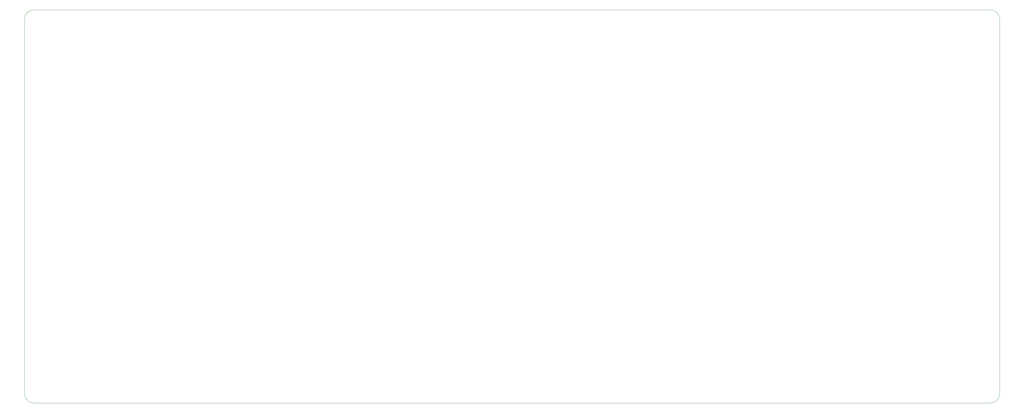
<source format=gm1>
G04 #@! TF.GenerationSoftware,KiCad,Pcbnew,(5.1.5)-3*
G04 #@! TF.CreationDate,2020-07-10T10:23:01+02:00*
G04 #@! TF.ProjectId,65_keyboard_pcb,36355f6b-6579-4626-9f61-72645f706362,rev?*
G04 #@! TF.SameCoordinates,Original*
G04 #@! TF.FileFunction,Profile,NP*
%FSLAX46Y46*%
G04 Gerber Fmt 4.6, Leading zero omitted, Abs format (unit mm)*
G04 Created by KiCad (PCBNEW (5.1.5)-3) date 2020-07-10 10:23:01*
%MOMM*%
%LPD*%
G04 APERTURE LIST*
%ADD10C,0.050000*%
G04 APERTURE END LIST*
D10*
X65547500Y-32642500D02*
X364347500Y-32642500D01*
X62547500Y-152842500D02*
X62547500Y-35642500D01*
X364347500Y-155842500D02*
X65547500Y-155842500D01*
X367347500Y-35642500D02*
X367347500Y-152842500D01*
X367347500Y-152842500D02*
G75*
G02X364347500Y-155842500I-3000000J0D01*
G01*
X65547500Y-155842500D02*
G75*
G02X62547500Y-152842500I0J3000000D01*
G01*
X62547500Y-35642500D02*
G75*
G02X65547500Y-32642500I3000000J0D01*
G01*
X364347500Y-32642500D02*
G75*
G02X367347500Y-35642500I0J-3000000D01*
G01*
M02*

</source>
